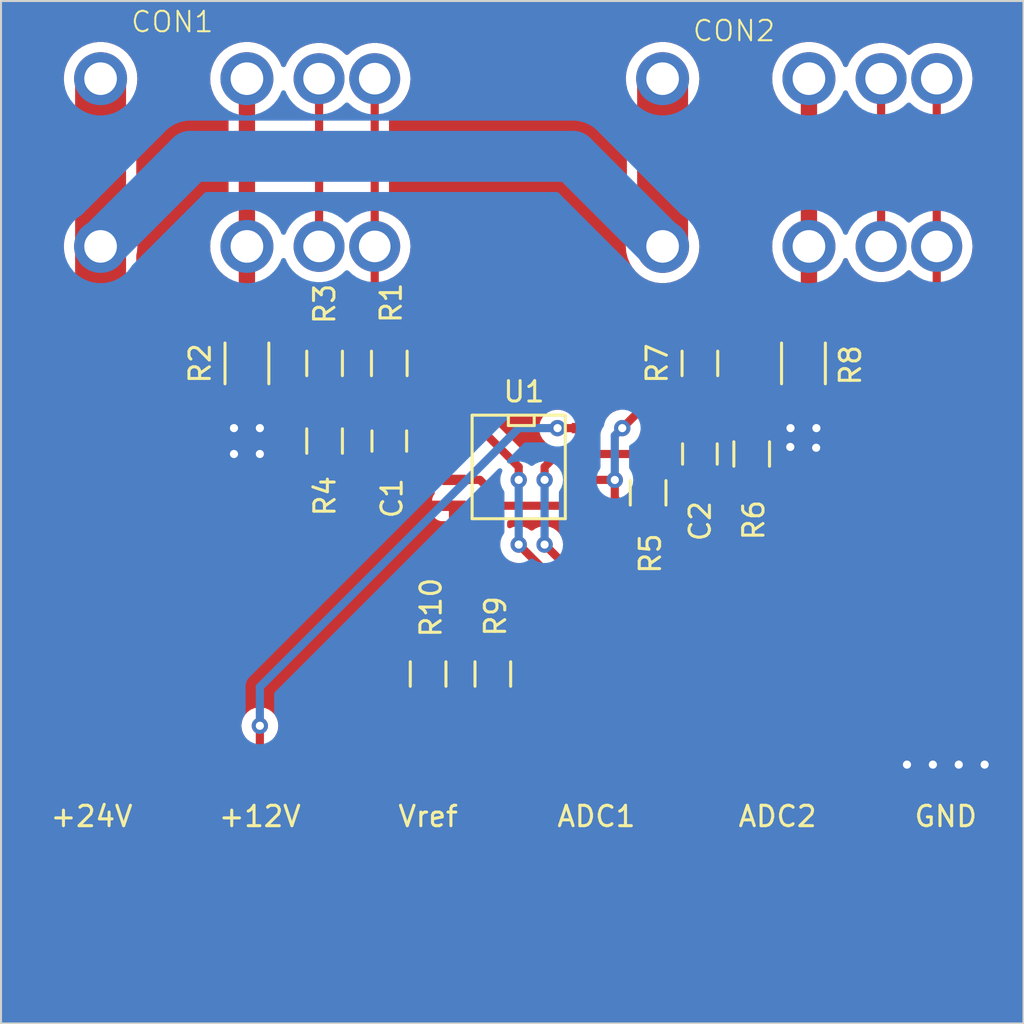
<source format=kicad_pcb>
(kicad_pcb (version 20221018) (generator pcbnew)
  (layers (0 "F.Cu" signal) (31 "B.Cu" signal) (34 "B.Paste" user) (35 "F.Paste" user) (36 "B.SilkS" user "B.Silkscreen") (37 "F.SilkS" user "F.Silkscreen") (38 "B.Mask" user) (39 "F.Mask" user) (44 "Edge.Cuts" user))
  (net 0 "")
  (net 1 "Net-(C1-A)")
  (net 2 "ADC1")
  (net 3 "Net-(C2-A)")
  (net 4 "ADC2")
  (net 5 "+24V")
  (net 6 "Net-(CON1-S)")
  (net 7 "unconnected-(CON1-SK-Pad3)")
  (net 8 "Net-(CON1-G)")
  (net 9 "Net-(CON2-S)")
  (net 10 "unconnected-(CON2-SK-Pad3)")
  (net 11 "Net-(CON2-G)")
  (net 12 "GND")
  (net 13 "Net-(U1A--)")
  (net 14 "Net-(U1B--)")
  (net 15 "Net-(U1A-+)")
  (net 16 "Vref")
  (net 17 "+12V0")
  (footprint "Wire_Pads:SolderWirePad_single_SMD_5x10mm" (layer "F.Cu") (at 149.225 94.615)
    (fp_text reference "ADC1" (at 0 -3.81) (layer "F.SilkS"))
    (fp_text value "ADC1")
    (pad "1" smd rect (at 0 0) (size 5 10) (layers "F.Cu" "F.Paste" "F.Mask") (net 2 "ADC1"))
  )
  (footprint "Resistors_SMD:R_0805" (layer "F.Cu") (at 154.305 68.58 90)
    (fp_text reference "R7" (at 0 -2.1 90) (layer "F.SilkS"))
    (fp_text value "10k")
    (fp_line (start -0.6 -0.875) (end 0.6 -0.875) (stroke (width 0.15)) (layer "F.SilkS"))
    (fp_line (start 0.6 0.875) (end -0.6 0.875) (stroke (width 0.15)) (layer "F.SilkS"))
    (pad "1" smd rect (at -0.95 0 90) (size 0.7 1.3) (layers "F.Cu" "F.Paste" "F.Mask") (net 14 "Net-(U1B--)"))
    (pad "2" smd rect (at 0.95 0 90) (size 0.7 1.3) (layers "F.Cu" "F.Paste" "F.Mask") (net 9 "Net-(CON2-S)"))
  )
  (footprint "Resistors_SMD:R_0805" (layer "F.Cu") (at 144.145 83.82 90)
    (fp_text reference "R9" (at 2.833573 0.128653 90) (layer "F.SilkS"))
    (fp_text value "2k2")
    (fp_line (start -0.6 -0.875) (end 0.6 -0.875) (stroke (width 0.15)) (layer "F.SilkS"))
    (fp_line (start 0.6 0.875) (end -0.6 0.875) (stroke (width 0.15)) (layer "F.SilkS"))
    (pad "1" smd rect (at -0.95 0 90) (size 0.7 1.3) (layers "F.Cu" "F.Paste" "F.Mask") (net 12 "GND"))
    (pad "2" smd rect (at 0.95 0 90) (size 0.7 1.3) (layers "F.Cu" "F.Paste" "F.Mask") (net 15 "Net-(U1A-+)"))
  )
  (footprint "Resistors_SMD:R_0805" (layer "F.Cu") (at 140.97 83.82 -90)
    (fp_text reference "R10" (at -3.262169 -0.139835 90) (layer "F.SilkS"))
    (fp_text value "10k")
    (fp_line (start -0.6 -0.875) (end 0.6 -0.875) (stroke (width 0.15)) (layer "F.SilkS"))
    (fp_line (start 0.6 0.875) (end -0.6 0.875) (stroke (width 0.15)) (layer "F.SilkS"))
    (pad "1" smd rect (at -0.95 0 270) (size 0.7 1.3) (layers "F.Cu" "F.Paste" "F.Mask") (net 15 "Net-(U1A-+)"))
    (pad "2" smd rect (at 0.95 0 270) (size 0.7 1.3) (layers "F.Cu" "F.Paste" "F.Mask") (net 16 "Vref"))
  )
  (footprint "Resistors_SMD:R_0805" (layer "F.Cu") (at 156.845 73.025 -90)
    (fp_text reference "R6" (at 3.242731 -0.100825 90) (layer "F.SilkS"))
    (fp_text value "100")
    (fp_line (start -0.6 -0.875) (end 0.6 -0.875) (stroke (width 0.15)) (layer "F.SilkS"))
    (fp_line (start 0.6 0.875) (end -0.6 0.875) (stroke (width 0.15)) (layer "F.SilkS"))
    (pad "1" smd rect (at -0.95 0 270) (size 0.7 1.3) (layers "F.Cu" "F.Paste" "F.Mask") (net 4 "ADC2"))
    (pad "2" smd rect (at 0.95 0 270) (size 0.7 1.3) (layers "F.Cu" "F.Paste" "F.Mask") (net 11 "Net-(CON2-G)"))
  )
  (footprint "Wire_Pads:SolderWirePad_single_SMD_5x10mm" (layer "F.Cu") (at 132.715 94.615)
    (fp_text reference "+12V" (at 0 -3.81) (layer "F.SilkS"))
    (fp_text value "+12V")
    (pad "1" smd rect (at 0 0) (size 5 10) (layers "F.Cu" "F.Paste" "F.Mask") (net 17 "+12V0"))
  )
  (footprint "Connectors:T4PNF-L214-ST-xx" (layer "F.Cu") (at 158.565 58.725)
    (fp_text reference "CON2" (at -2.58725 -6.46023 unlocked) (layer "F.SilkS") (effects (font (thickness 0.1))))
    (fp_text value "~")
    (pad "1" thru_hole circle (at -6.09 -4.115) (size 2.6 2.6) (drill 1.6) (layers "*.Cu" "*.Mask") (net 5 "+24V"))
    (pad "1" thru_hole circle (at -6.09 4.115) (size 2.6 2.6) (drill 1.6) (layers "*.Cu" "*.Mask") (net 5 "+24V"))
    (pad "2" thru_hole circle (at 1.09 -4.115) (size 2.6 2.6) (drill 1.6) (layers "*.Cu" "*.Mask") (net 9 "Net-(CON2-S)"))
    (pad "2" thru_hole circle (at 1.09 4.115) (size 2.6 2.6) (drill 1.6) (layers "*.Cu" "*.Mask") (net 9 "Net-(CON2-S)"))
    (pad "3" thru_hole circle (at 4.63 -4.115) (size 2.5 2.5) (drill 1.55) (layers "*.Cu" "*.Mask") (net 10 "unconnected-(CON2-SK-Pad3)"))
    (pad "3" thru_hole circle (at 4.63 4.115) (size 2.5 2.5) (drill 1.55) (layers "*.Cu" "*.Mask") (net 10 "unconnected-(CON2-SK-Pad3)"))
    (pad "4" thru_hole circle (at 7.36 -4.115) (size 2.5 2.5) (drill 1.55) (layers "*.Cu" "*.Mask") (net 11 "Net-(CON2-G)"))
    (pad "4" thru_hole circle (at 7.36 4.115) (size 2.5 2.5) (drill 1.55) (layers "*.Cu" "*.Mask") (net 11 "Net-(CON2-G)"))
  )
  (footprint "Wire_Pads:SolderWirePad_single_SMD_5x10mm" (layer "F.Cu") (at 158.115 94.615)
    (fp_text reference "ADC2" (at 0 -3.81) (layer "F.SilkS"))
    (fp_text value "ADC2")
    (pad "1" smd rect (at 0 0) (size 5 10) (layers "F.Cu" "F.Paste" "F.Mask") (net 4 "ADC2"))
  )
  (footprint "Resistors_SMD:R_0805" (layer "F.Cu") (at 135.89 68.58 90)
    (fp_text reference "R3" (at 2.917586 0.002896 90) (layer "F.SilkS"))
    (fp_text value "10k")
    (fp_line (start -0.6 -0.875) (end 0.6 -0.875) (stroke (width 0.15)) (layer "F.SilkS"))
    (fp_line (start 0.6 0.875) (end -0.6 0.875) (stroke (width 0.15)) (layer "F.SilkS"))
    (pad "1" smd rect (at -0.95 0 90) (size 0.7 1.3) (layers "F.Cu" "F.Paste" "F.Mask") (net 13 "Net-(U1A--)"))
    (pad "2" smd rect (at 0.95 0 90) (size 0.7 1.3) (layers "F.Cu" "F.Paste" "F.Mask") (net 6 "Net-(CON1-S)"))
  )
  (footprint "Connectors:T4PNF-L214-ST-xx" (layer "F.Cu") (at 130.99 58.725)
    (fp_text reference "CON1" (at -2.57367 -6.901245 unlocked) (layer "F.SilkS") (effects (font (thickness 0.1))))
    (fp_text value "~")
    (pad "1" thru_hole circle (at -6.09 -4.115) (size 2.6 2.6) (drill 1.6) (layers "*.Cu" "*.Mask") (net 5 "+24V"))
    (pad "1" thru_hole circle (at -6.09 4.115) (size 2.6 2.6) (drill 1.6) (layers "*.Cu" "*.Mask") (net 5 "+24V"))
    (pad "2" thru_hole circle (at 1.09 -4.115) (size 2.6 2.6) (drill 1.6) (layers "*.Cu" "*.Mask") (net 6 "Net-(CON1-S)"))
    (pad "2" thru_hole circle (at 1.09 4.115) (size 2.6 2.6) (drill 1.6) (layers "*.Cu" "*.Mask") (net 6 "Net-(CON1-S)"))
    (pad "3" thru_hole circle (at 4.63 -4.115) (size 2.5 2.5) (drill 1.55) (layers "*.Cu" "*.Mask") (net 7 "unconnected-(CON1-SK-Pad3)"))
    (pad "3" thru_hole circle (at 4.63 4.115) (size 2.5 2.5) (drill 1.55) (layers "*.Cu" "*.Mask") (net 7 "unconnected-(CON1-SK-Pad3)"))
    (pad "4" thru_hole circle (at 7.36 -4.115) (size 2.5 2.5) (drill 1.55) (layers "*.Cu" "*.Mask") (net 8 "Net-(CON1-G)"))
    (pad "4" thru_hole circle (at 7.36 4.115) (size 2.5 2.5) (drill 1.55) (layers "*.Cu" "*.Mask") (net 8 "Net-(CON1-G)"))
  )
  (footprint "Wire_Pads:SolderWirePad_single_SMD_5x10mm" (layer "F.Cu") (at 166.37 94.615)
    (fp_text reference "GND" (at 0 -3.81) (layer "F.SilkS"))
    (fp_text value "GND")
    (pad "1" smd rect (at 0 0) (size 5 10) (layers "F.Cu" "F.Paste" "F.Mask") (net 12 "GND"))
  )
  (footprint "Capacitors_SMD:C_0805" (layer "F.Cu") (at 154.305 73.025 90)
    (fp_text reference "C2" (at -3.295331 0.010804 90) (layer "F.SilkS"))
    (fp_text value "1n")
    (fp_line (start -0.5 0.85) (end 0.5 0.85) (stroke (width 0.15)) (layer "F.SilkS"))
    (fp_line (start 0.5 -0.85) (end -0.5 -0.85) (stroke (width 0.15)) (layer "F.SilkS"))
    (pad "1" smd rect (at -1 0 90) (size 1 1.25) (layers "F.Cu" "F.Paste" "F.Mask") (net 3 "Net-(C2-A)"))
    (pad "2" smd rect (at 1 0 90) (size 1 1.25) (layers "F.Cu" "F.Paste" "F.Mask") (net 4 "ADC2"))
  )
  (footprint "Resistors_SMD:R_1206" (layer "F.Cu") (at 132.08 68.58 90)
    (fp_text reference "R2" (at 0 -2.3 90) (layer "F.SilkS"))
    (fp_text value "100m")
    (fp_line (start -1 -1.075) (end 1 -1.075) (stroke (width 0.15)) (layer "F.SilkS"))
    (fp_line (start 1 1.075) (end -1 1.075) (stroke (width 0.15)) (layer "F.SilkS"))
    (pad "1" smd rect (at -1.45 0 90) (size 0.9 1.7) (layers "F.Cu" "F.Paste" "F.Mask") (net 12 "GND"))
    (pad "2" smd rect (at 1.45 0 90) (size 0.9 1.7) (layers "F.Cu" "F.Paste" "F.Mask") (net 6 "Net-(CON1-S)"))
  )
  (footprint "Resistors_SMD:R_1206" (layer "F.Cu") (at 159.385 68.58 90)
    (fp_text reference "R8" (at -0.089892 2.303629 90) (layer "F.SilkS"))
    (fp_text value "100m")
    (fp_line (start -1 -1.075) (end 1 -1.075) (stroke (width 0.15)) (layer "F.SilkS"))
    (fp_line (start 1 1.075) (end -1 1.075) (stroke (width 0.15)) (layer "F.SilkS"))
    (pad "1" smd rect (at -1.45 0 90) (size 0.9 1.7) (layers "F.Cu" "F.Paste" "F.Mask") (net 12 "GND"))
    (pad "2" smd rect (at 1.45 0 90) (size 0.9 1.7) (layers "F.Cu" "F.Paste" "F.Mask") (net 9 "Net-(CON2-S)"))
  )
  (footprint "Wire_Pads:SolderWirePad_single_SMD_5x10mm" (layer "F.Cu") (at 124.46 94.615)
    (fp_text reference "+24V" (at 0 -3.81) (layer "F.SilkS"))
    (fp_text value "+24V")
    (pad "1" smd rect (at 0 0) (size 5 10) (layers "F.Cu" "F.Paste" "F.Mask") (net 5 "+24V"))
  )
  (footprint "Wire_Pads:SolderWirePad_single_SMD_5x10mm" (layer "F.Cu") (at 140.97 94.615)
    (fp_text reference "Vref" (at 0 -3.81) (layer "F.SilkS"))
    (fp_text value "Vref")
    (pad "1" smd rect (at 0 0) (size 5 10) (layers "F.Cu" "F.Paste" "F.Mask") (net 16 "Vref"))
  )
  (footprint "Resistors_SMD:R_0805" (layer "F.Cu") (at 139.065 68.58 90)
    (fp_text reference "R1" (at 2.970186 0.089122 90) (layer "F.SilkS"))
    (fp_text value "100")
    (fp_line (start -0.6 -0.875) (end 0.6 -0.875) (stroke (width 0.15)) (layer "F.SilkS"))
    (fp_line (start 0.6 0.875) (end -0.6 0.875) (stroke (width 0.15)) (layer "F.SilkS"))
    (pad "1" smd rect (at -0.95 0 90) (size 0.7 1.3) (layers "F.Cu" "F.Paste" "F.Mask") (net 2 "ADC1"))
    (pad "2" smd rect (at 0.95 0 90) (size 0.7 1.3) (layers "F.Cu" "F.Paste" "F.Mask") (net 8 "Net-(CON1-G)"))
  )
  (footprint "SMD_Packages:SOIC-8-N" (layer "F.Cu") (at 145.415 73.66 -90)
    (fp_text reference "U1" (at -3.690196 -0.258424 -180) (layer "F.SilkS"))
    (fp_text value "OPA1678")
    (fp_line (start -2.54 -2.286) (end 2.54 -2.286) (stroke (width 0.15)) (layer "F.SilkS"))
    (fp_line (start -2.54 -0.762) (end -2.032 -0.762) (stroke (width 0.15)) (layer "F.SilkS"))
    (fp_line (start -2.54 2.286) (end -2.54 -2.286) (stroke (width 0.15)) (layer "F.SilkS"))
    (fp_line (start -2.032 -0.762) (end -2.032 0.508) (stroke (width 0.15)) (layer "F.SilkS"))
    (fp_line (start -2.032 0.508) (end -2.54 0.508) (stroke (width 0.15)) (layer "F.SilkS"))
    (fp_line (start 2.54 -2.286) (end 2.54 2.286) (stroke (width 0.15)) (layer "F.SilkS"))
    (fp_line (start 2.54 2.286) (end -2.54 2.286) (stroke (width 0.15)) (layer "F.SilkS"))
    (pad "1" smd rect (at -1.905 3.175 270) (size 0.508 1.143) (layers "F.Cu" "F.Paste" "F.Mask") (net 2 "ADC1"))
    (pad "2" smd rect (at -0.635 3.175 270) (size 0.508 1.143) (layers "F.Cu" "F.Paste" "F.Mask") (net 13 "Net-(U1A--)"))
    (pad "3" smd rect (at 0.635 3.175 270) (size 0.508 1.143) (layers "F.Cu" "F.Paste" "F.Mask") (net 15 "Net-(U1A-+)"))
    (pad "4" smd rect (at 1.905 3.175 270) (size 0.508 1.143) (layers "F.Cu" "F.Paste" "F.Mask") (net 12 "GND"))
    (pad "5" smd rect (at 1.905 -3.175 270) (size 0.508 1.143) (layers "F.Cu" "F.Paste" "F.Mask") (net 15 "Net-(U1A-+)"))
    (pad "6" smd rect (at 0.635 -3.175 270) (size 0.508 1.143) (layers "F.Cu" "F.Paste" "F.Mask") (net 14 "Net-(U1B--)"))
    (pad "7" smd rect (at -0.635 -3.175 270) (size 0.508 1.143) (layers "F.Cu" "F.Paste" "F.Mask") (net 4 "ADC2"))
    (pad "8" smd rect (at -1.905 -3.175 270) (size 0.508 1.143) (layers "F.Cu" "F.Paste" "F.Mask") (net 17 "+12V0"))
  )
  (footprint "Capacitors_SMD:C_0805" (layer "F.Cu") (at 139.065 72.39 90)
    (fp_text reference "C1" (at -2.806241 0.128572 90) (layer "F.SilkS"))
    (fp_text value "1n")
    (fp_line (start -0.5 0.85) (end 0.5 0.85) (stroke (width 0.15)) (layer "F.SilkS"))
    (fp_line (start 0.5 -0.85) (end -0.5 -0.85) (stroke (width 0.15)) (layer "F.SilkS"))
    (pad "1" smd rect (at -1 0 90) (size 1 1.25) (layers "F.Cu" "F.Paste" "F.Mask") (net 1 "Net-(C1-A)"))
    (pad "2" smd rect (at 1 0 90) (size 1 1.25) (layers "F.Cu" "F.Paste" "F.Mask") (net 2 "ADC1"))
  )
  (footprint "Resistors_SMD:R_0805" (layer "F.Cu") (at 135.89 72.39 -90)
    (fp_text reference "R4" (at 2.70104 -0.016046 90) (layer "F.SilkS"))
    (fp_text value "10k")
    (fp_line (start -0.6 -0.875) (end 0.6 -0.875) (stroke (width 0.15)) (layer "F.SilkS"))
    (fp_line (start 0.6 0.875) (end -0.6 0.875) (stroke (width 0.15)) (layer "F.SilkS"))
    (pad "1" smd rect (at -0.95 0 270) (size 0.7 1.3) (layers "F.Cu" "F.Paste" "F.Mask") (net 13 "Net-(U1A--)"))
    (pad "2" smd rect (at 0.95 0 270) (size 0.7 1.3) (layers "F.Cu" "F.Paste" "F.Mask") (net 1 "Net-(C1-A)"))
  )
  (footprint "Resistors_SMD:R_0805" (layer "F.Cu") (at 151.765 74.93 90)
    (fp_text reference "R5" (at -2.980033 0.107806 90) (layer "F.SilkS"))
    (fp_text value "10k")
    (fp_line (start -0.6 -0.875) (end 0.6 -0.875) (stroke (width 0.15)) (layer "F.SilkS"))
    (fp_line (start 0.6 0.875) (end -0.6 0.875) (stroke (width 0.15)) (layer "F.SilkS"))
    (pad "1" smd rect (at -0.95 0 90) (size 0.7 1.3) (layers "F.Cu" "F.Paste" "F.Mask") (net 14 "Net-(U1B--)"))
    (pad "2" smd rect (at 0.95 0 90) (size 0.7 1.3) (layers "F.Cu" "F.Paste" "F.Mask") (net 3 "Net-(C2-A)"))
  )
  (gr_rect (start 120.015 50.8) (end 170.18 100.965) (stroke (width 0.1)) (fill none) (layer "Edge.Cuts"))
  (segment (start 139.065 73.39) (end 135.94 73.39) (width 0.4) (layer "F.Cu") (net 1))
  (segment (start 135.94 73.39) (end 135.89 73.34) (width 0.4) (layer "F.Cu") (net 1))
  (segment (start 145.415 73.66) (end 145.415 74.295) (width 0.4) (layer "F.Cu") (net 2))
  (segment (start 149.225 81.28) (end 145.415 77.47) (width 0.4) (layer "F.Cu") (net 2))
  (segment (start 140.512334 71.39) (end 139.065 71.39) (width 0.4) (layer "F.Cu") (net 2))
  (segment (start 139.065 69.53) (end 139.065 71.39) (width 0.4) (layer "F.Cu") (net 2))
  (segment (start 142.24 71.755) (end 143.51 71.755) (width 0.4) (layer "F.Cu") (net 2))
  (segment (start 149.225 94.615) (end 149.225 81.28) (width 0.4) (layer "F.Cu") (net 2))
  (segment (start 143.51 71.755) (end 145.415 73.66) (width 0.4) (layer "F.Cu") (net 2))
  (segment (start 142.24 71.755) (end 140.877334 71.755) (width 0.4) (layer "F.Cu") (net 2))
  (segment (start 140.877334 71.755) (end 140.512334 71.39) (width 0.4) (layer "F.Cu") (net 2))
  (via (at 145.415 77.47) (size 0.8) (drill 0.4) (layers "F.Cu" "B.Cu") (net 2))
  (via (at 145.415 74.295) (size 0.8) (drill 0.4) (layers "F.Cu" "B.Cu") (net 2))
  (segment (start 145.415 77.47) (end 145.415 74.295) (width 0.4) (layer "B.Cu") (net 2))
  (segment (start 154.26 73.98) (end 154.305 74.025) (width 0.4) (layer "F.Cu") (net 3))
  (segment (start 151.765 73.98) (end 154.26 73.98) (width 0.4) (layer "F.Cu") (net 3))
  (segment (start 146.685 73.66) (end 146.685 74.295) (width 0.4) (layer "F.Cu") (net 4))
  (segment (start 147.32 73.025) (end 146.685 73.66) (width 0.4) (layer "F.Cu") (net 4))
  (segment (start 158.115 94.615) (end 158.115 88.9) (width 0.4) (layer "F.Cu") (net 4))
  (segment (start 158.115 88.9) (end 146.685 77.47) (width 0.4) (layer "F.Cu") (net 4))
  (segment (start 154.305 72.025) (end 156.795 72.025) (width 0.4) (layer "F.Cu") (net 4))
  (segment (start 148.59 73.025) (end 151.958929 73.025) (width 0.4) (layer "F.Cu") (net 4))
  (segment (start 156.795 72.025) (end 156.845 72.075) (width 0.4) (layer "F.Cu") (net 4))
  (segment (start 151.958929 73.025) (end 152.958929 72.025) (width 0.4) (layer "F.Cu") (net 4))
  (segment (start 148.59 73.025) (end 147.32 73.025) (width 0.4) (layer "F.Cu") (net 4))
  (segment (start 152.958929 72.025) (end 154.305 72.025) (width 0.4) (layer "F.Cu") (net 4))
  (via (at 146.685 74.295) (size 0.8) (drill 0.4) (layers "F.Cu" "B.Cu") (net 4))
  (via (at 146.685 77.47) (size 0.8) (drill 0.4) (layers "F.Cu" "B.Cu") (net 4))
  (segment (start 146.685 77.47) (end 146.685 74.295) (width 0.4) (layer "B.Cu") (net 4))
  (segment (start 124.9 62.84) (end 124.9 94.175) (width 2.5) (layer "F.Cu") (net 5))
  (segment (start 124.9 62.84) (end 124.9 54.61) (width 2.5) (layer "F.Cu") (net 5))
  (segment (start 124.9 94.175) (end 124.46 94.615) (width 1.5) (layer "F.Cu") (net 5))
  (segment (start 152.475 62.84) (end 152.475 54.61) (width 2.5) (layer "F.Cu") (net 5))
  (segment (start 129.32 58.42) (end 124.9 62.84) (width 2.5) (layer "B.Cu") (net 5))
  (segment (start 152.475 62.84) (end 148.055 58.42) (width 2.5) (layer "B.Cu") (net 5))
  (segment (start 148.055 58.42) (end 129.32 58.42) (width 2.5) (layer "B.Cu") (net 5))
  (segment (start 133.722607 67.13) (end 134.222607 67.63) (width 0.4) (layer "F.Cu") (net 6))
  (segment (start 132.08 67.13) (end 133.722607 67.13) (width 0.4) (layer "F.Cu") (net 6))
  (segment (start 134.222607 67.63) (end 135.89 67.63) (width 0.4) (layer "F.Cu") (net 6))
  (segment (start 132.08 62.84) (end 132.08 67.13) (width 0.8) (layer "F.Cu") (net 6))
  (segment (start 132.08 62.84) (end 132.08 54.61) (width 0.8) (layer "F.Cu") (net 6))
  (segment (start 135.62 62.84) (end 135.62 54.61) (width 0.4) (layer "F.Cu") (net 7))
  (segment (start 138.35 62.84) (end 138.35 65.325) (width 0.4) (layer "F.Cu") (net 8))
  (segment (start 138.35 62.84) (end 138.35 54.61) (width 0.4) (layer "F.Cu") (net 8))
  (segment (start 139.065 66.04) (end 139.065 67.63) (width 0.4) (layer "F.Cu") (net 8))
  (segment (start 138.35 65.325) (end 139.065 66.04) (width 0.4) (layer "F.Cu") (net 8))
  (segment (start 159.655 62.84) (end 159.655 66.86) (width 0.8) (layer "F.Cu") (net 9))
  (segment (start 159.655 66.86) (end 159.385 67.13) (width 0.8) (layer "F.Cu") (net 9))
  (segment (start 159.655 62.84) (end 159.655 54.61) (width 0.8) (layer "F.Cu") (net 9))
  (segment (start 154.305 67.63) (end 156.769923 67.63) (width 0.4) (layer "F.Cu") (net 9))
  (segment (start 156.769923 67.63) (end 157.269923 67.13) (width 0.4) (layer "F.Cu") (net 9))
  (segment (start 157.269923 67.13) (end 159.385 67.13) (width 0.4) (layer "F.Cu") (net 9))
  (segment (start 163.195 62.84) (end 163.195 54.61) (width 0.4) (layer "F.Cu") (net 10))
  (segment (start 165.930296 69.142498) (end 165.925 69.137202) (width 0.4) (layer "F.Cu") (net 11))
  (segment (start 165.925 62.84) (end 165.925 54.61) (width 0.4) (layer "F.Cu") (net 11))
  (segment (start 165.925 69.137202) (end 165.925 62.84) (width 0.4) (layer "F.Cu") (net 11))
  (segment (start 161.097794 73.975) (end 165.930296 69.142498) (width 0.4) (layer "F.Cu") (net 11))
  (segment (start 156.845 73.975) (end 161.097794 73.975) (width 0.4) (layer "F.Cu") (net 11))
  (via (at 167.005 88.265) (size 0.8) (drill 0.4) (layers "F.Cu" "B.Cu") (net 12))
  (via (at 158.75 71.755) (size 0.8) (drill 0.4) (layers "F.Cu" "B.Cu") (net 12))
  (via (at 164.465 88.265) (size 0.8) (drill 0.4) (layers "F.Cu" "B.Cu") (net 12))
  (via (at 131.445 73.025) (size 0.8) (drill 0.4) (layers "F.Cu" "B.Cu") (net 12))
  (via (at 165.735 88.265) (size 0.8) (drill 0.4) (layers "F.Cu" "B.Cu") (net 12))
  (via (at 168.275 88.265) (size 0.8) (drill 0.4) (layers "F.Cu" "B.Cu") (net 12))
  (via (at 160.009122 72.718544) (size 0.8) (drill 0.4) (layers "F.Cu" "B.Cu") (net 12))
  (via (at 158.738919 72.679581) (size 0.8) (drill 0.4) (layers "F.Cu" "B.Cu") (net 12))
  (via (at 132.715 73.025) (size 0.8) (drill 0.4) (layers "F.Cu" "B.Cu") (net 12))
  (via (at 132.715 71.755) (size 0.8) (drill 0.4) (layers "F.Cu" "B.Cu") (net 12))
  (via (at 131.445 71.755) (size 0.8) (drill 0.4) (layers "F.Cu" "B.Cu") (net 12))
  (via (at 160.02 71.755) (size 0.8) (drill 0.4) (layers "F.Cu" "B.Cu") (net 12))
  (segment (start 134.935 71.44) (end 134.62 71.755) (width 0.4) (layer "F.Cu") (net 13))
  (segment (start 134.962875 74.480767) (end 140.057453 74.480767) (width 0.4) (layer "F.Cu") (net 13))
  (segment (start 141.51322 73.025) (end 142.24 73.025) (width 0.4) (layer "F.Cu") (net 13))
  (segment (start 140.057453 74.480767) (end 141.51322 73.025) (width 0.4) (layer "F.Cu") (net 13))
  (segment (start 135.89 71.44) (end 134.935 71.44) (width 0.4) (layer "F.Cu") (net 13))
  (segment (start 134.62 74.137892) (end 134.962875 74.480767) (width 0.4) (layer "F.Cu") (net 13))
  (segment (start 135.89 69.53) (end 135.89 71.44) (width 0.4) (layer "F.Cu") (net 13))
  (segment (start 134.62 71.755) (end 134.62 74.137892) (width 0.4) (layer "F.Cu") (net 13))
  (segment (start 150.12878 74.29939) (end 150.12878 75.19878) (width 0.4) (layer "F.Cu") (net 14))
  (segment (start 150.12878 75.19878) (end 150.81 75.88) (width 0.4) (layer "F.Cu") (net 14))
  (segment (start 150.12439 74.295) (end 150.12878 74.29939) (width 0.4) (layer "F.Cu") (net 14))
  (segment (start 152.72 69.53) (end 154.305 69.53) (width 0.4) (layer "F.Cu") (net 14))
  (segment (start 150.81 75.88) (end 151.765 75.88) (width 0.4) (layer "F.Cu") (net 14))
  (segment (start 150.495 71.755) (end 152.72 69.53) (width 0.4) (layer "F.Cu") (net 14))
  (segment (start 148.59 74.295) (end 150.12439 74.295) (width 0.4) (layer "F.Cu") (net 14))
  (via (at 150.12878 74.29939) (size 0.8) (drill 0.4) (layers "F.Cu" "B.Cu") (net 14))
  (via (at 150.495 71.755) (size 0.8) (drill 0.4) (layers "F.Cu" "B.Cu") (net 14))
  (segment (start 150.12878 72.12122) (end 150.495 71.755) (width 0.4) (layer "B.Cu") (net 14))
  (segment (start 150.12878 74.29939) (end 150.12878 72.12122) (width 0.4) (layer "B.Cu") (net 14))
  (segment (start 144.145 74.93) (end 143.51 74.295) (width 0.4) (layer "F.Cu") (net 15))
  (segment (start 143.51 74.295) (end 142.24 74.295) (width 0.4) (layer "F.Cu") (net 15))
  (segment (start 144.145 75.565) (end 144.145 74.93) (width 0.4) (layer "F.Cu") (net 15))
  (segment (start 148.59 75.565) (end 144.145 75.565) (width 0.4) (layer "F.Cu") (net 15))
  (segment (start 144.145 82.87) (end 144.145 75.565) (width 0.4) (layer "F.Cu") (net 15))
  (segment (start 140.97 82.87) (end 144.145 82.87) (width 0.4) (layer "F.Cu") (net 15))
  (segment (start 140.97 94.615) (end 140.97 84.77) (width 0.4) (layer "F.Cu") (net 16))
  (segment (start 148.59 71.755) (end 147.32 71.755) (width 0.4) (layer "F.Cu") (net 17))
  (segment (start 132.715 94.615) (end 132.715 86.36) (width 0.4) (layer "F.Cu") (net 17))
  (via (at 147.32 71.755) (size 0.8) (drill 0.4) (layers "F.Cu" "B.Cu") (net 17))
  (via (at 132.715 86.36) (size 0.8) (drill 0.4) (layers "F.Cu" "B.Cu") (net 17))
  (segment (start 132.715 86.36) (end 132.715 84.455) (width 0.4) (layer "B.Cu") (net 17))
  (segment (start 145.415 71.755) (end 147.32 71.755) (width 0.4) (layer "B.Cu") (net 17))
  (segment (start 132.715 84.455) (end 145.415 71.755) (width 0.4) (layer "B.Cu") (net 17))
  (zone (net 12) (net_name "GND") (layer "F.Cu") (connect_pads (clearance 0.5)) (min_thickness 0.25) (fill yes (thermal_gap 0.5) (thermal_bridge_width 0.5))
    (polygon (pts (xy 120.015 50.8) (xy 170.18 50.8) (xy 170.18 100.965) (xy 120.015 100.965)))
  )
  (zone (net 12) (net_name "GND") (layer "B.Cu") (priority 1) (connect_pads (clearance 0.5)) (min_thickness 0.25) (fill yes (thermal_gap 0.5) (thermal_bridge_width 0.5))
    (polygon (pts (xy 120.015 50.8) (xy 170.18 50.8) (xy 170.18 100.965) (xy 120.015 100.965)))
  )
)
</source>
